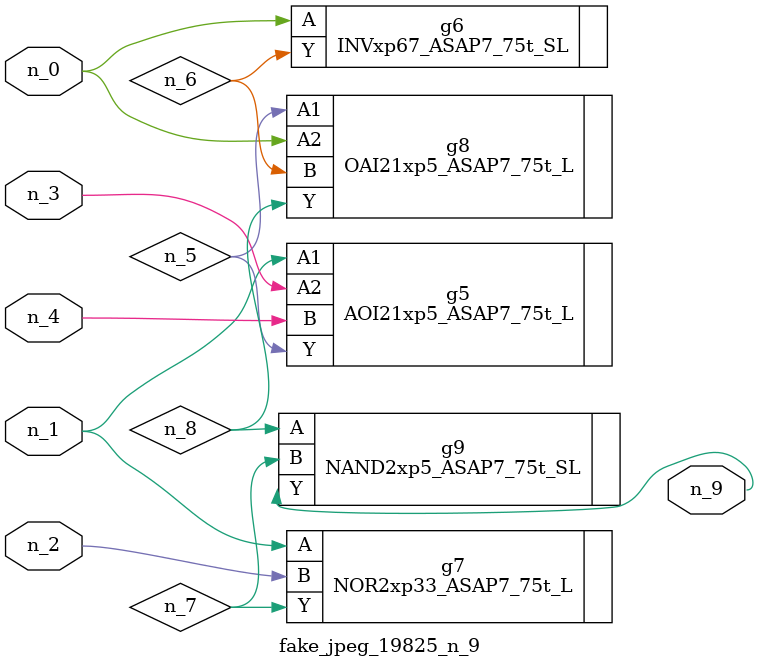
<source format=v>
module fake_jpeg_19825_n_9 (n_3, n_2, n_1, n_0, n_4, n_9);

input n_3;
input n_2;
input n_1;
input n_0;
input n_4;

output n_9;

wire n_8;
wire n_6;
wire n_5;
wire n_7;

AOI21xp5_ASAP7_75t_L g5 ( 
.A1(n_1),
.A2(n_3),
.B(n_4),
.Y(n_5)
);

INVxp67_ASAP7_75t_SL g6 ( 
.A(n_0),
.Y(n_6)
);

NOR2xp33_ASAP7_75t_L g7 ( 
.A(n_1),
.B(n_2),
.Y(n_7)
);

OAI21xp5_ASAP7_75t_L g8 ( 
.A1(n_5),
.A2(n_0),
.B(n_6),
.Y(n_8)
);

NAND2xp5_ASAP7_75t_SL g9 ( 
.A(n_8),
.B(n_7),
.Y(n_9)
);


endmodule
</source>
